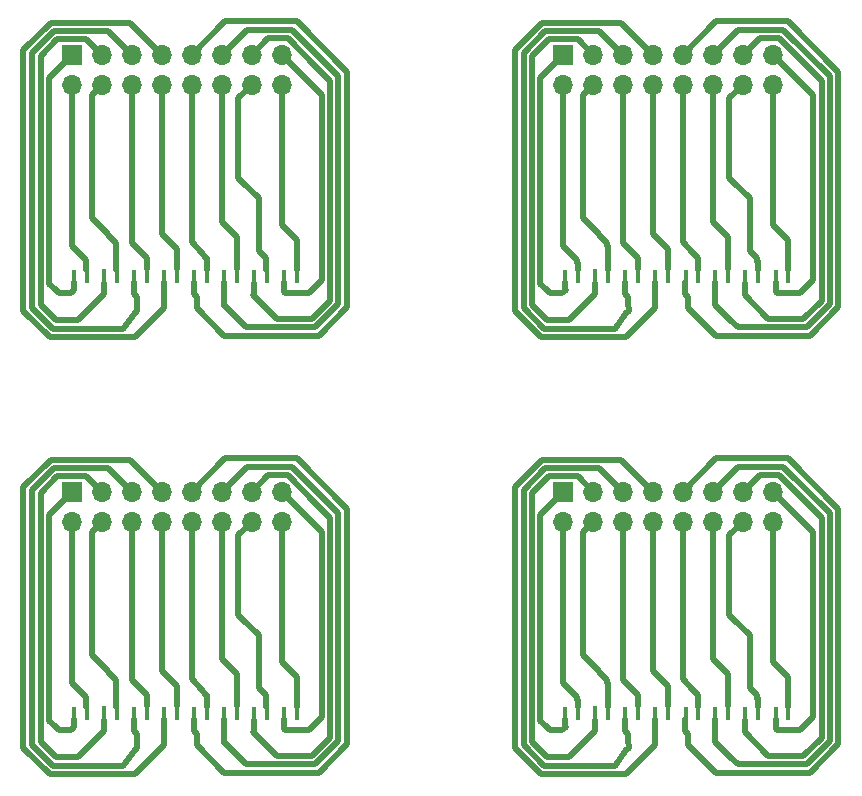
<source format=gbl>
%MOIN*%
%OFA0B0*%
%FSLAX46Y46*%
%IPPOS*%
%LPD*%
%ADD10O,0.066929133858267723X0.066929133858267723*%
%ADD11R,0.066929133858267723X0.066929133858267723*%
%ADD12R,0.015748031496062995X0.059055118110236227*%
%ADD13C,0.01968503937007874*%
%ADD14C,0.015748031496062995*%
%ADD25O,0.066929133858267723X0.066929133858267723*%
%ADD26R,0.066929133858267723X0.066929133858267723*%
%ADD27R,0.015748031496062995X0.059055118110236227*%
%ADD28C,0.01968503937007874*%
%ADD29C,0.015748031496062995*%
%ADD30O,0.066929133858267723X0.066929133858267723*%
%ADD31R,0.066929133858267723X0.066929133858267723*%
%ADD32R,0.015748031496062995X0.059055118110236227*%
%ADD33C,0.01968503937007874*%
%ADD34C,0.015748031496062995*%
%ADD35O,0.066929133858267723X0.066929133858267723*%
%ADD36R,0.066929133858267723X0.066929133858267723*%
%ADD37R,0.015748031496062995X0.059055118110236227*%
%ADD38C,0.01968503937007874*%
%ADD39C,0.015748031496062995*%
G01*
D10*
X-0004656102Y0002990052D02*
X0001103897Y0001130052D03*
X0001103897Y0001230052D03*
X0001003897Y0001130052D03*
X0001003897Y0001230052D03*
X0000903897Y0001130052D03*
X0000903897Y0001230052D03*
X0000803897Y0001130052D03*
X0000803897Y0001230052D03*
X0000703897Y0001130052D03*
X0000703897Y0001230052D03*
X0000603897Y0001130052D03*
X0000603897Y0001230052D03*
X0000503897Y0001130052D03*
X0000503897Y0001230052D03*
X0000403897Y0001130052D03*
D11*
X0000403897Y0001230052D03*
D12*
X0000511138Y0000484678D03*
X0000553657Y0000500426D03*
X0000611138Y0000483678D03*
X0000653657Y0000499426D03*
X0000711638Y0000484178D03*
X0000754157Y0000499926D03*
X0000812138Y0000484178D03*
X0000854657Y0000499926D03*
X0000410638Y0000484178D03*
X0000453157Y0000499926D03*
X0000911138Y0000484178D03*
X0000953657Y0000499926D03*
X0001010638Y0000484178D03*
X0001053157Y0000499926D03*
X0001112138Y0000484178D03*
X0001154657Y0000499926D03*
D13*
X0000359897Y0000435052D02*
X0000346983Y0000447966D01*
X0000411897Y0000472052D02*
X0000411897Y0000448093D01*
X0000328016Y0000467246D02*
X0000328016Y0001154171D01*
X0000412897Y0000447093D02*
X0000401877Y0000436072D01*
X0000328016Y0001154171D02*
X0000403897Y0001230052D01*
X0000360918Y0000436072D02*
X0000359897Y0000435052D01*
X0000346983Y0000447966D02*
X0000346983Y0000448279D01*
X0000346983Y0000448279D02*
X0000328016Y0000467246D01*
X0000411897Y0000448093D02*
X0000412897Y0000447093D01*
X0000401877Y0000436072D02*
X0000360918Y0000436072D01*
X0000450897Y0000537052D02*
X0000452897Y0000535052D01*
X0000450897Y0000546052D02*
X0000450897Y0000537052D01*
X0000452897Y0000535052D02*
X0000452897Y0000512866D01*
X0000403897Y0001130052D02*
X0000403897Y0000593052D01*
X0000403897Y0000593052D02*
X0000450897Y0000546052D01*
X0000300457Y0001225430D02*
X0000300457Y0000396442D01*
X0000452716Y0001281233D02*
X0000356260Y0001281233D01*
X0000397545Y0000345052D02*
X0000424897Y0000345052D01*
X0000356260Y0001281233D02*
X0000300457Y0001225430D01*
X0000300457Y0000396442D02*
X0000351847Y0000345052D01*
X0000351847Y0000345052D02*
X0000397545Y0000345052D01*
X0000503897Y0001230052D02*
X0000452716Y0001281233D01*
X0000510897Y0000470052D02*
X0000510897Y0000431052D01*
X0000510897Y0000431052D02*
X0000424897Y0000345052D01*
X0000523962Y0000629988D02*
X0000550897Y0000603052D01*
X0000470433Y0000685310D02*
X0000523962Y0000631781D01*
X0000470433Y0001096587D02*
X0000470433Y0000685310D01*
X0000503897Y0001130052D02*
X0000470433Y0001096587D01*
X0000523962Y0000631781D02*
X0000523962Y0000629988D01*
X0000552897Y0000592237D02*
X0000552897Y0000513052D01*
D14*
X0000550897Y0000594237D02*
X0000552897Y0000592237D01*
D13*
X0000550897Y0000603052D02*
X0000550897Y0000594237D01*
X0000525157Y0001308792D02*
X0000344844Y0001308792D01*
X0000272897Y0001236846D02*
X0000272897Y0000385027D01*
X0000611897Y0000432052D02*
X0000619897Y0000424052D01*
X0000611897Y0000471052D02*
X0000611897Y0000432052D01*
X0000340872Y0000317052D02*
X0000575827Y0000317052D01*
X0000575827Y0000317052D02*
X0000615224Y0000370378D01*
X0000272897Y0000385027D02*
X0000340872Y0000317052D01*
X0000621995Y0000377149D02*
X0000619897Y0000403470D01*
X0000615224Y0000370378D02*
X0000621995Y0000377149D01*
X0000619897Y0000424052D02*
X0000613897Y0000430052D01*
X0000603897Y0001230052D02*
X0000525157Y0001308792D01*
X0000344844Y0001308792D02*
X0000272897Y0001236846D01*
X0000619897Y0000403470D02*
X0000619897Y0000424052D01*
X0000603897Y0000669052D02*
X0000603897Y0001130052D01*
X0000603897Y0000602455D02*
X0000603897Y0000669052D01*
X0000653897Y0000515052D02*
X0000653897Y0000552455D01*
X0000653897Y0000552455D02*
X0000603897Y0000602455D01*
X0000597597Y0001336352D02*
X0000703897Y0001230052D01*
X0000242897Y0000376052D02*
X0000242897Y0001246052D01*
X0000242897Y0001246052D02*
X0000333198Y0001336352D01*
X0000614897Y0000289052D02*
X0000329897Y0000289052D01*
X0000711897Y0000472052D02*
X0000711897Y0000386052D01*
X0000333198Y0001336352D02*
X0000597597Y0001336352D01*
X0000711897Y0000386052D02*
X0000614897Y0000289052D01*
X0000329897Y0000289052D02*
X0000242897Y0000376052D01*
X0000753897Y0000515656D02*
X0000753897Y0000584052D01*
X0000703897Y0000634052D02*
X0000703897Y0001130052D01*
X0000753897Y0000584052D02*
X0000703897Y0000634052D01*
X0001321897Y0000388623D02*
X0001227207Y0000293933D01*
X0000912016Y0000293933D02*
X0000820897Y0000385052D01*
X0000820897Y0000424052D02*
X0000811897Y0000433052D01*
X0001154897Y0001341052D02*
X0001321897Y0001174052D01*
X0000803897Y0001230052D02*
X0000914897Y0001341052D01*
X0001227207Y0000293933D02*
X0000912016Y0000293933D01*
X0001321897Y0001174052D02*
X0001321897Y0000388623D01*
X0000914897Y0001341052D02*
X0001154897Y0001341052D01*
X0000811897Y0000433052D02*
X0000811897Y0000472052D01*
X0000820897Y0000385052D02*
X0000820897Y0000424052D01*
X0000848897Y0000557383D02*
X0000838080Y0000570869D01*
X0000838080Y0000570869D02*
X0000803897Y0000605052D01*
X0000803897Y0000605052D02*
X0000803897Y0000681052D01*
X0000803897Y0000681052D02*
X0000803897Y0001130052D01*
X0000853897Y0000511993D02*
X0000853897Y0000552052D01*
X0000852897Y0000553383D02*
X0000848897Y0000557383D01*
X0000960788Y0000346052D02*
X0000914897Y0000391943D01*
X0000911897Y0000394943D02*
X0000914897Y0000391943D01*
X0001137897Y0001313052D02*
X0001292897Y0001158052D01*
X0000985348Y0000321492D02*
X0000960788Y0000346052D01*
X0001215791Y0000321492D02*
X0000985348Y0000321492D01*
X0000911897Y0000471052D02*
X0000911897Y0000394943D01*
X0000903897Y0001230052D02*
X0000986897Y0001313052D01*
X0001292897Y0001158052D02*
X0001292897Y0000398598D01*
X0001292897Y0000398598D02*
X0001215791Y0000321492D01*
X0000986897Y0001313052D02*
X0001137897Y0001313052D01*
X0000914897Y0000391943D02*
X0000914007Y0000391943D01*
X0000914007Y0000391943D02*
X0000912897Y0000393052D01*
X0000953897Y0000515052D02*
X0000953897Y0000624052D01*
X0000903897Y0000674052D02*
X0000903897Y0001130052D01*
X0000953897Y0000624052D02*
X0000903897Y0000674052D01*
X0001008897Y0000428052D02*
X0001010897Y0000430052D01*
X0001265338Y0000410014D02*
X0001204376Y0000349052D01*
X0001265338Y0001142611D02*
X0001265338Y0000410014D01*
X0001218897Y0001189052D02*
X0001265338Y0001142611D01*
X0001218897Y0001190800D02*
X0001218897Y0001189052D01*
X0001124205Y0001285492D02*
X0001218897Y0001190800D01*
X0001059338Y0001285492D02*
X0001124205Y0001285492D01*
X0001204376Y0000349052D02*
X0001087897Y0000349052D01*
X0001003897Y0001230052D02*
X0001059338Y0001285492D01*
X0001010897Y0000430052D02*
X0001010897Y0000470052D01*
X0001087897Y0000349052D02*
X0001008897Y0000428052D01*
D14*
X0001049897Y0000540052D02*
X0001049897Y0000519658D01*
D13*
X0001049897Y0000540052D02*
X0001049897Y0000552052D01*
X0000958505Y0001084659D02*
X0000958505Y0000818444D01*
X0001003897Y0001130052D02*
X0000958505Y0001084659D01*
X0000958505Y0000818444D02*
X0000970592Y0000806358D01*
X0000970592Y0000806358D02*
X0000971592Y0000806358D01*
X0000971592Y0000806358D02*
X0001026897Y0000751052D01*
X0001026897Y0000751052D02*
X0001026897Y0000575052D01*
X0001026897Y0000575052D02*
X0001049897Y0000552052D01*
X0001052897Y0000541677D02*
X0001052897Y0000512052D01*
X0001138086Y0000435052D02*
X0001115897Y0000435052D01*
X0001112897Y0000438052D02*
X0001115897Y0000435052D01*
X0001112897Y0000472052D02*
X0001112897Y0000438052D01*
X0001194973Y0000435052D02*
X0001138086Y0000435052D01*
X0001237778Y0000477858D02*
X0001194973Y0000435052D01*
X0001237778Y0001096171D02*
X0001237778Y0000477858D01*
X0001103897Y0001230052D02*
X0001237778Y0001096171D01*
X0001103897Y0000664052D02*
X0001103897Y0001130052D01*
X0001153897Y0000614052D02*
X0001103897Y0000664052D01*
X0001153897Y0000514052D02*
X0001153897Y0000614052D01*
G04 next file*
G04 #@! TF.GenerationSoftware,KiCad,Pcbnew,(5.1.12)-1*
G04 #@! TF.CreationDate,2022-03-29T12:16:14+08:00*
G04 #@! TF.ProjectId,Nozzle,4e6f7a7a-6c65-42e6-9b69-6361645f7063,Gen3.1a*
G04 #@! TF.SameCoordinates,Original*
G04 #@! TF.FileFunction,Copper,L2,Bot*
G04 #@! TF.FilePolarity,Positive*
G04 Gerber Fmt 4.6, Leading zero omitted, Abs format (unit mm)*
G04 Created by KiCad (PCBNEW (5.1.12)-1) date 2022-03-29 12:16:14*
G01*
G04 APERTURE LIST*
G04 #@! TA.AperFunction,ComponentPad*
G04 #@! TD*
G04 #@! TA.AperFunction,ComponentPad*
G04 #@! TD*
G04 #@! TA.AperFunction,SMDPad,CuDef*
G04 #@! TD*
G04 #@! TA.AperFunction,Conductor*
G04 #@! TD*
G04 #@! TA.AperFunction,Conductor*
G04 #@! TD*
G04 APERTURE END LIST*
D25*
X-0003018397Y0002990052D02*
X0002741602Y0001130052D03*
X0002741602Y0001230052D03*
X0002641602Y0001130052D03*
X0002641602Y0001230052D03*
X0002541602Y0001130052D03*
X0002541602Y0001230052D03*
X0002441602Y0001130052D03*
X0002441602Y0001230052D03*
X0002341602Y0001130052D03*
X0002341602Y0001230052D03*
X0002241602Y0001130052D03*
X0002241602Y0001230052D03*
X0002141602Y0001130052D03*
X0002141602Y0001230052D03*
X0002041602Y0001130052D03*
D26*
X0002041602Y0001230052D03*
D27*
X0002148842Y0000484678D03*
X0002191362Y0000500426D03*
X0002248842Y0000483678D03*
X0002291362Y0000499426D03*
X0002349342Y0000484178D03*
X0002391862Y0000499926D03*
X0002449842Y0000484178D03*
X0002492362Y0000499926D03*
X0002048342Y0000484178D03*
X0002090862Y0000499926D03*
X0002548842Y0000484178D03*
X0002591362Y0000499926D03*
X0002648342Y0000484178D03*
X0002690862Y0000499926D03*
X0002749842Y0000484178D03*
X0002792362Y0000499926D03*
D28*
X0001997602Y0000435052D02*
X0001984687Y0000447966D01*
X0002049602Y0000472052D02*
X0002049602Y0000448093D01*
X0001965721Y0000467246D02*
X0001965721Y0001154171D01*
X0002050602Y0000447093D02*
X0002039581Y0000436072D01*
X0001965721Y0001154171D02*
X0002041602Y0001230052D01*
X0001998623Y0000436072D02*
X0001997602Y0000435052D01*
X0001984687Y0000447966D02*
X0001984687Y0000448279D01*
X0001984687Y0000448279D02*
X0001965721Y0000467246D01*
X0002049602Y0000448093D02*
X0002050602Y0000447093D01*
X0002039581Y0000436072D02*
X0001998623Y0000436072D01*
X0002088602Y0000537052D02*
X0002090602Y0000535052D01*
X0002088602Y0000546052D02*
X0002088602Y0000537052D01*
X0002090602Y0000535052D02*
X0002090602Y0000512866D01*
X0002041602Y0001130052D02*
X0002041602Y0000593052D01*
X0002041602Y0000593052D02*
X0002088602Y0000546052D01*
X0001938161Y0001225430D02*
X0001938161Y0000396442D01*
X0002090421Y0001281233D02*
X0001993964Y0001281233D01*
X0002035249Y0000345052D02*
X0002062602Y0000345052D01*
X0001993964Y0001281233D02*
X0001938161Y0001225430D01*
X0001938161Y0000396442D02*
X0001989552Y0000345052D01*
X0001989552Y0000345052D02*
X0002035249Y0000345052D01*
X0002141602Y0001230052D02*
X0002090421Y0001281233D01*
X0002148602Y0000470052D02*
X0002148602Y0000431052D01*
X0002148602Y0000431052D02*
X0002062602Y0000345052D01*
X0002161666Y0000629988D02*
X0002188602Y0000603052D01*
X0002108137Y0000685310D02*
X0002161666Y0000631781D01*
X0002108137Y0001096587D02*
X0002108137Y0000685310D01*
X0002141602Y0001130052D02*
X0002108137Y0001096587D01*
X0002161666Y0000631781D02*
X0002161666Y0000629988D01*
X0002190602Y0000592237D02*
X0002190602Y0000513052D01*
D29*
X0002188602Y0000594237D02*
X0002190602Y0000592237D01*
D28*
X0002188602Y0000603052D02*
X0002188602Y0000594237D01*
X0002162861Y0001308792D02*
X0001982549Y0001308792D01*
X0001910602Y0001236846D02*
X0001910602Y0000385027D01*
X0002249602Y0000432052D02*
X0002257602Y0000424052D01*
X0002249602Y0000471052D02*
X0002249602Y0000432052D01*
X0001978577Y0000317052D02*
X0002213532Y0000317052D01*
X0002213532Y0000317052D02*
X0002252928Y0000370378D01*
X0001910602Y0000385027D02*
X0001978577Y0000317052D01*
X0002259699Y0000377149D02*
X0002257602Y0000403470D01*
X0002252928Y0000370378D02*
X0002259699Y0000377149D01*
X0002257602Y0000424052D02*
X0002251602Y0000430052D01*
X0002241602Y0001230052D02*
X0002162861Y0001308792D01*
X0001982549Y0001308792D02*
X0001910602Y0001236846D01*
X0002257602Y0000403470D02*
X0002257602Y0000424052D01*
X0002241602Y0000669052D02*
X0002241602Y0001130052D01*
X0002241602Y0000602455D02*
X0002241602Y0000669052D01*
X0002291602Y0000515052D02*
X0002291602Y0000552455D01*
X0002291602Y0000552455D02*
X0002241602Y0000602455D01*
X0002235302Y0001336352D02*
X0002341602Y0001230052D01*
X0001880602Y0000376052D02*
X0001880602Y0001246052D01*
X0001880602Y0001246052D02*
X0001970902Y0001336352D01*
X0002252602Y0000289052D02*
X0001967602Y0000289052D01*
X0002349602Y0000472052D02*
X0002349602Y0000386052D01*
X0001970902Y0001336352D02*
X0002235302Y0001336352D01*
X0002349602Y0000386052D02*
X0002252602Y0000289052D01*
X0001967602Y0000289052D02*
X0001880602Y0000376052D01*
X0002391602Y0000515656D02*
X0002391602Y0000584052D01*
X0002341602Y0000634052D02*
X0002341602Y0001130052D01*
X0002391602Y0000584052D02*
X0002341602Y0000634052D01*
X0002959602Y0000388623D02*
X0002864911Y0000293933D01*
X0002549721Y0000293933D02*
X0002458602Y0000385052D01*
X0002458602Y0000424052D02*
X0002449602Y0000433052D01*
X0002792602Y0001341052D02*
X0002959602Y0001174052D01*
X0002441602Y0001230052D02*
X0002552602Y0001341052D01*
X0002864911Y0000293933D02*
X0002549721Y0000293933D01*
X0002959602Y0001174052D02*
X0002959602Y0000388623D01*
X0002552602Y0001341052D02*
X0002792602Y0001341052D01*
X0002449602Y0000433052D02*
X0002449602Y0000472052D01*
X0002458602Y0000385052D02*
X0002458602Y0000424052D01*
X0002486602Y0000557383D02*
X0002475784Y0000570869D01*
X0002475784Y0000570869D02*
X0002441602Y0000605052D01*
X0002441602Y0000605052D02*
X0002441602Y0000681052D01*
X0002441602Y0000681052D02*
X0002441602Y0001130052D01*
X0002491602Y0000511993D02*
X0002491602Y0000552052D01*
X0002490602Y0000553383D02*
X0002486602Y0000557383D01*
X0002598493Y0000346052D02*
X0002552602Y0000391943D01*
X0002549602Y0000394943D02*
X0002552602Y0000391943D01*
X0002775602Y0001313052D02*
X0002930602Y0001158052D01*
X0002623052Y0000321492D02*
X0002598493Y0000346052D01*
X0002853496Y0000321492D02*
X0002623052Y0000321492D01*
X0002549602Y0000471052D02*
X0002549602Y0000394943D01*
X0002541602Y0001230052D02*
X0002624602Y0001313052D01*
X0002930602Y0001158052D02*
X0002930602Y0000398598D01*
X0002930602Y0000398598D02*
X0002853496Y0000321492D01*
X0002624602Y0001313052D02*
X0002775602Y0001313052D01*
X0002552602Y0000391943D02*
X0002551711Y0000391943D01*
X0002551711Y0000391943D02*
X0002550602Y0000393052D01*
X0002591602Y0000515052D02*
X0002591602Y0000624052D01*
X0002541602Y0000674052D02*
X0002541602Y0001130052D01*
X0002591602Y0000624052D02*
X0002541602Y0000674052D01*
X0002646602Y0000428052D02*
X0002648602Y0000430052D01*
X0002903042Y0000410014D02*
X0002842080Y0000349052D01*
X0002903042Y0001142611D02*
X0002903042Y0000410014D01*
X0002856602Y0001189052D02*
X0002903042Y0001142611D01*
X0002856602Y0001190800D02*
X0002856602Y0001189052D01*
X0002761910Y0001285492D02*
X0002856602Y0001190800D01*
X0002697042Y0001285492D02*
X0002761910Y0001285492D01*
X0002842080Y0000349052D02*
X0002725602Y0000349052D01*
X0002641602Y0001230052D02*
X0002697042Y0001285492D01*
X0002648602Y0000430052D02*
X0002648602Y0000470052D01*
X0002725602Y0000349052D02*
X0002646602Y0000428052D01*
D29*
X0002687602Y0000540052D02*
X0002687602Y0000519658D01*
D28*
X0002687602Y0000540052D02*
X0002687602Y0000552052D01*
X0002596209Y0001084659D02*
X0002596209Y0000818444D01*
X0002641602Y0001130052D02*
X0002596209Y0001084659D01*
X0002596209Y0000818444D02*
X0002608296Y0000806358D01*
X0002608296Y0000806358D02*
X0002609296Y0000806358D01*
X0002609296Y0000806358D02*
X0002664602Y0000751052D01*
X0002664602Y0000751052D02*
X0002664602Y0000575052D01*
X0002664602Y0000575052D02*
X0002687602Y0000552052D01*
X0002690602Y0000541677D02*
X0002690602Y0000512052D01*
X0002775790Y0000435052D02*
X0002753602Y0000435052D01*
X0002750602Y0000438052D02*
X0002753602Y0000435052D01*
X0002750602Y0000472052D02*
X0002750602Y0000438052D01*
X0002832677Y0000435052D02*
X0002775790Y0000435052D01*
X0002875483Y0000477858D02*
X0002832677Y0000435052D01*
X0002875483Y0001096171D02*
X0002875483Y0000477858D01*
X0002741602Y0001230052D02*
X0002875483Y0001096171D01*
X0002741602Y0000664052D02*
X0002741602Y0001130052D01*
X0002791602Y0000614052D02*
X0002741602Y0000664052D01*
X0002791602Y0000514052D02*
X0002791602Y0000614052D01*
G04 next file*
G04 #@! TF.GenerationSoftware,KiCad,Pcbnew,(5.1.12)-1*
G04 #@! TF.CreationDate,2022-03-29T12:16:14+08:00*
G04 #@! TF.ProjectId,Nozzle,4e6f7a7a-6c65-42e6-9b69-6361645f7063,Gen3.1a*
G04 #@! TF.SameCoordinates,Original*
G04 #@! TF.FileFunction,Copper,L2,Bot*
G04 #@! TF.FilePolarity,Positive*
G04 Gerber Fmt 4.6, Leading zero omitted, Abs format (unit mm)*
G04 Created by KiCad (PCBNEW (5.1.12)-1) date 2022-03-29 12:16:14*
G01*
G04 APERTURE LIST*
G04 #@! TA.AperFunction,ComponentPad*
G04 #@! TD*
G04 #@! TA.AperFunction,ComponentPad*
G04 #@! TD*
G04 #@! TA.AperFunction,SMDPad,CuDef*
G04 #@! TD*
G04 #@! TA.AperFunction,Conductor*
G04 #@! TD*
G04 #@! TA.AperFunction,Conductor*
G04 #@! TD*
G04 APERTURE END LIST*
D30*
X-0004656102Y0004446746D02*
X0001103897Y0002586746D03*
X0001103897Y0002686746D03*
X0001003897Y0002586746D03*
X0001003897Y0002686746D03*
X0000903897Y0002586746D03*
X0000903897Y0002686746D03*
X0000803897Y0002586746D03*
X0000803897Y0002686746D03*
X0000703897Y0002586746D03*
X0000703897Y0002686746D03*
X0000603897Y0002586746D03*
X0000603897Y0002686746D03*
X0000503897Y0002586746D03*
X0000503897Y0002686746D03*
X0000403897Y0002586746D03*
D31*
X0000403897Y0002686746D03*
D32*
X0000511138Y0001941372D03*
X0000553657Y0001957120D03*
X0000611138Y0001940372D03*
X0000653657Y0001956120D03*
X0000711638Y0001940872D03*
X0000754157Y0001956620D03*
X0000812138Y0001940872D03*
X0000854657Y0001956620D03*
X0000410638Y0001940872D03*
X0000453157Y0001956620D03*
X0000911138Y0001940872D03*
X0000953657Y0001956620D03*
X0001010638Y0001940872D03*
X0001053157Y0001956620D03*
X0001112138Y0001940872D03*
X0001154657Y0001956620D03*
D33*
X0000359897Y0001891746D02*
X0000346983Y0001904660D01*
X0000411897Y0001928746D02*
X0000411897Y0001904787D01*
X0000328016Y0001923940D02*
X0000328016Y0002610865D01*
X0000412897Y0001903787D02*
X0000401877Y0001892766D01*
X0000328016Y0002610865D02*
X0000403897Y0002686746D01*
X0000360918Y0001892766D02*
X0000359897Y0001891746D01*
X0000346983Y0001904660D02*
X0000346983Y0001904973D01*
X0000346983Y0001904973D02*
X0000328016Y0001923940D01*
X0000411897Y0001904787D02*
X0000412897Y0001903787D01*
X0000401877Y0001892766D02*
X0000360918Y0001892766D01*
X0000450897Y0001993746D02*
X0000452897Y0001991746D01*
X0000450897Y0002002746D02*
X0000450897Y0001993746D01*
X0000452897Y0001991746D02*
X0000452897Y0001969560D01*
X0000403897Y0002586746D02*
X0000403897Y0002049746D01*
X0000403897Y0002049746D02*
X0000450897Y0002002746D01*
X0000300457Y0002682124D02*
X0000300457Y0001853136D01*
X0000452716Y0002737927D02*
X0000356260Y0002737927D01*
X0000397545Y0001801746D02*
X0000424897Y0001801746D01*
X0000356260Y0002737927D02*
X0000300457Y0002682124D01*
X0000300457Y0001853136D02*
X0000351847Y0001801746D01*
X0000351847Y0001801746D02*
X0000397545Y0001801746D01*
X0000503897Y0002686746D02*
X0000452716Y0002737927D01*
X0000510897Y0001926746D02*
X0000510897Y0001887746D01*
X0000510897Y0001887746D02*
X0000424897Y0001801746D01*
X0000523962Y0002086681D02*
X0000550897Y0002059746D01*
X0000470433Y0002142004D02*
X0000523962Y0002088475D01*
X0000470433Y0002553281D02*
X0000470433Y0002142004D01*
X0000503897Y0002586746D02*
X0000470433Y0002553281D01*
X0000523962Y0002088475D02*
X0000523962Y0002086681D01*
X0000552897Y0002048931D02*
X0000552897Y0001969746D01*
D34*
X0000550897Y0002050931D02*
X0000552897Y0002048931D01*
D33*
X0000550897Y0002059746D02*
X0000550897Y0002050931D01*
X0000525157Y0002765486D02*
X0000344844Y0002765486D01*
X0000272897Y0002693540D02*
X0000272897Y0001841720D01*
X0000611897Y0001888746D02*
X0000619897Y0001880746D01*
X0000611897Y0001927746D02*
X0000611897Y0001888746D01*
X0000340872Y0001773746D02*
X0000575827Y0001773746D01*
X0000575827Y0001773746D02*
X0000615224Y0001827072D01*
X0000272897Y0001841720D02*
X0000340872Y0001773746D01*
X0000621995Y0001833843D02*
X0000619897Y0001860164D01*
X0000615224Y0001827072D02*
X0000621995Y0001833843D01*
X0000619897Y0001880746D02*
X0000613897Y0001886746D01*
X0000603897Y0002686746D02*
X0000525157Y0002765486D01*
X0000344844Y0002765486D02*
X0000272897Y0002693540D01*
X0000619897Y0001860164D02*
X0000619897Y0001880746D01*
X0000603897Y0002125746D02*
X0000603897Y0002586746D01*
X0000603897Y0002059149D02*
X0000603897Y0002125746D01*
X0000653897Y0001971746D02*
X0000653897Y0002009149D01*
X0000653897Y0002009149D02*
X0000603897Y0002059149D01*
X0000597597Y0002793046D02*
X0000703897Y0002686746D01*
X0000242897Y0001832746D02*
X0000242897Y0002702746D01*
X0000242897Y0002702746D02*
X0000333198Y0002793046D01*
X0000614897Y0001745746D02*
X0000329897Y0001745746D01*
X0000711897Y0001928746D02*
X0000711897Y0001842746D01*
X0000333198Y0002793046D02*
X0000597597Y0002793046D01*
X0000711897Y0001842746D02*
X0000614897Y0001745746D01*
X0000329897Y0001745746D02*
X0000242897Y0001832746D01*
X0000753897Y0001972350D02*
X0000753897Y0002040746D01*
X0000703897Y0002090746D02*
X0000703897Y0002586746D01*
X0000753897Y0002040746D02*
X0000703897Y0002090746D01*
X0001321897Y0001845317D02*
X0001227207Y0001750627D01*
X0000912016Y0001750627D02*
X0000820897Y0001841746D01*
X0000820897Y0001880746D02*
X0000811897Y0001889746D01*
X0001154897Y0002797746D02*
X0001321897Y0002630746D01*
X0000803897Y0002686746D02*
X0000914897Y0002797746D01*
X0001227207Y0001750627D02*
X0000912016Y0001750627D01*
X0001321897Y0002630746D02*
X0001321897Y0001845317D01*
X0000914897Y0002797746D02*
X0001154897Y0002797746D01*
X0000811897Y0001889746D02*
X0000811897Y0001928746D01*
X0000820897Y0001841746D02*
X0000820897Y0001880746D01*
X0000848897Y0002014077D02*
X0000838080Y0002027563D01*
X0000838080Y0002027563D02*
X0000803897Y0002061746D01*
X0000803897Y0002061746D02*
X0000803897Y0002137746D01*
X0000803897Y0002137746D02*
X0000803897Y0002586746D01*
X0000853897Y0001968687D02*
X0000853897Y0002008746D01*
X0000852897Y0002010077D02*
X0000848897Y0002014077D01*
X0000960788Y0001802746D02*
X0000914897Y0001848636D01*
X0000911897Y0001851636D02*
X0000914897Y0001848636D01*
X0001137897Y0002769746D02*
X0001292897Y0002614746D01*
X0000985348Y0001778186D02*
X0000960788Y0001802746D01*
X0001215791Y0001778186D02*
X0000985348Y0001778186D01*
X0000911897Y0001927746D02*
X0000911897Y0001851636D01*
X0000903897Y0002686746D02*
X0000986897Y0002769746D01*
X0001292897Y0002614746D02*
X0001292897Y0001855292D01*
X0001292897Y0001855292D02*
X0001215791Y0001778186D01*
X0000986897Y0002769746D02*
X0001137897Y0002769746D01*
X0000914897Y0001848636D02*
X0000914007Y0001848636D01*
X0000914007Y0001848636D02*
X0000912897Y0001849746D01*
X0000953897Y0001971746D02*
X0000953897Y0002080746D01*
X0000903897Y0002130746D02*
X0000903897Y0002586746D01*
X0000953897Y0002080746D02*
X0000903897Y0002130746D01*
X0001008897Y0001884746D02*
X0001010897Y0001886746D01*
X0001265338Y0001866708D02*
X0001204376Y0001805746D01*
X0001265338Y0002599305D02*
X0001265338Y0001866708D01*
X0001218897Y0002645746D02*
X0001265338Y0002599305D01*
X0001218897Y0002647494D02*
X0001218897Y0002645746D01*
X0001124205Y0002742186D02*
X0001218897Y0002647494D01*
X0001059338Y0002742186D02*
X0001124205Y0002742186D01*
X0001204376Y0001805746D02*
X0001087897Y0001805746D01*
X0001003897Y0002686746D02*
X0001059338Y0002742186D01*
X0001010897Y0001886746D02*
X0001010897Y0001926746D01*
X0001087897Y0001805746D02*
X0001008897Y0001884746D01*
D34*
X0001049897Y0001996746D02*
X0001049897Y0001976352D01*
D33*
X0001049897Y0001996746D02*
X0001049897Y0002008746D01*
X0000958505Y0002541353D02*
X0000958505Y0002275138D01*
X0001003897Y0002586746D02*
X0000958505Y0002541353D01*
X0000958505Y0002275138D02*
X0000970592Y0002263051D01*
X0000970592Y0002263051D02*
X0000971592Y0002263051D01*
X0000971592Y0002263051D02*
X0001026897Y0002207746D01*
X0001026897Y0002207746D02*
X0001026897Y0002031746D01*
X0001026897Y0002031746D02*
X0001049897Y0002008746D01*
X0001052897Y0001998371D02*
X0001052897Y0001968746D01*
X0001138086Y0001891746D02*
X0001115897Y0001891746D01*
X0001112897Y0001894746D02*
X0001115897Y0001891746D01*
X0001112897Y0001928746D02*
X0001112897Y0001894746D01*
X0001194973Y0001891746D02*
X0001138086Y0001891746D01*
X0001237778Y0001934551D02*
X0001194973Y0001891746D01*
X0001237778Y0002552865D02*
X0001237778Y0001934551D01*
X0001103897Y0002686746D02*
X0001237778Y0002552865D01*
X0001103897Y0002120746D02*
X0001103897Y0002586746D01*
X0001153897Y0002070746D02*
X0001103897Y0002120746D01*
X0001153897Y0001970746D02*
X0001153897Y0002070746D01*
G04 next file*
G04 #@! TF.GenerationSoftware,KiCad,Pcbnew,(5.1.12)-1*
G04 #@! TF.CreationDate,2022-03-29T12:16:14+08:00*
G04 #@! TF.ProjectId,Nozzle,4e6f7a7a-6c65-42e6-9b69-6361645f7063,Gen3.1a*
G04 #@! TF.SameCoordinates,Original*
G04 #@! TF.FileFunction,Copper,L2,Bot*
G04 #@! TF.FilePolarity,Positive*
G04 Gerber Fmt 4.6, Leading zero omitted, Abs format (unit mm)*
G04 Created by KiCad (PCBNEW (5.1.12)-1) date 2022-03-29 12:16:14*
G01*
G04 APERTURE LIST*
G04 #@! TA.AperFunction,ComponentPad*
G04 #@! TD*
G04 #@! TA.AperFunction,ComponentPad*
G04 #@! TD*
G04 #@! TA.AperFunction,SMDPad,CuDef*
G04 #@! TD*
G04 #@! TA.AperFunction,Conductor*
G04 #@! TD*
G04 #@! TA.AperFunction,Conductor*
G04 #@! TD*
G04 APERTURE END LIST*
D35*
X-0003018397Y0004446746D02*
X0002741602Y0002586746D03*
X0002741602Y0002686746D03*
X0002641602Y0002586746D03*
X0002641602Y0002686746D03*
X0002541602Y0002586746D03*
X0002541602Y0002686746D03*
X0002441602Y0002586746D03*
X0002441602Y0002686746D03*
X0002341602Y0002586746D03*
X0002341602Y0002686746D03*
X0002241602Y0002586746D03*
X0002241602Y0002686746D03*
X0002141602Y0002586746D03*
X0002141602Y0002686746D03*
X0002041602Y0002586746D03*
D36*
X0002041602Y0002686746D03*
D37*
X0002148842Y0001941372D03*
X0002191362Y0001957120D03*
X0002248842Y0001940372D03*
X0002291362Y0001956120D03*
X0002349342Y0001940872D03*
X0002391862Y0001956620D03*
X0002449842Y0001940872D03*
X0002492362Y0001956620D03*
X0002048342Y0001940872D03*
X0002090862Y0001956620D03*
X0002548842Y0001940872D03*
X0002591362Y0001956620D03*
X0002648342Y0001940872D03*
X0002690862Y0001956620D03*
X0002749842Y0001940872D03*
X0002792362Y0001956620D03*
D38*
X0001997602Y0001891746D02*
X0001984687Y0001904660D01*
X0002049602Y0001928746D02*
X0002049602Y0001904787D01*
X0001965721Y0001923940D02*
X0001965721Y0002610865D01*
X0002050602Y0001903787D02*
X0002039581Y0001892766D01*
X0001965721Y0002610865D02*
X0002041602Y0002686746D01*
X0001998623Y0001892766D02*
X0001997602Y0001891746D01*
X0001984687Y0001904660D02*
X0001984687Y0001904973D01*
X0001984687Y0001904973D02*
X0001965721Y0001923940D01*
X0002049602Y0001904787D02*
X0002050602Y0001903787D01*
X0002039581Y0001892766D02*
X0001998623Y0001892766D01*
X0002088602Y0001993746D02*
X0002090602Y0001991746D01*
X0002088602Y0002002746D02*
X0002088602Y0001993746D01*
X0002090602Y0001991746D02*
X0002090602Y0001969560D01*
X0002041602Y0002586746D02*
X0002041602Y0002049746D01*
X0002041602Y0002049746D02*
X0002088602Y0002002746D01*
X0001938161Y0002682124D02*
X0001938161Y0001853136D01*
X0002090421Y0002737927D02*
X0001993964Y0002737927D01*
X0002035249Y0001801746D02*
X0002062602Y0001801746D01*
X0001993964Y0002737927D02*
X0001938161Y0002682124D01*
X0001938161Y0001853136D02*
X0001989552Y0001801746D01*
X0001989552Y0001801746D02*
X0002035249Y0001801746D01*
X0002141602Y0002686746D02*
X0002090421Y0002737927D01*
X0002148602Y0001926746D02*
X0002148602Y0001887746D01*
X0002148602Y0001887746D02*
X0002062602Y0001801746D01*
X0002161666Y0002086681D02*
X0002188602Y0002059746D01*
X0002108137Y0002142004D02*
X0002161666Y0002088475D01*
X0002108137Y0002553281D02*
X0002108137Y0002142004D01*
X0002141602Y0002586746D02*
X0002108137Y0002553281D01*
X0002161666Y0002088475D02*
X0002161666Y0002086681D01*
X0002190602Y0002048931D02*
X0002190602Y0001969746D01*
D39*
X0002188602Y0002050931D02*
X0002190602Y0002048931D01*
D38*
X0002188602Y0002059746D02*
X0002188602Y0002050931D01*
X0002162861Y0002765486D02*
X0001982549Y0002765486D01*
X0001910602Y0002693540D02*
X0001910602Y0001841720D01*
X0002249602Y0001888746D02*
X0002257602Y0001880746D01*
X0002249602Y0001927746D02*
X0002249602Y0001888746D01*
X0001978577Y0001773746D02*
X0002213532Y0001773746D01*
X0002213532Y0001773746D02*
X0002252928Y0001827072D01*
X0001910602Y0001841720D02*
X0001978577Y0001773746D01*
X0002259699Y0001833843D02*
X0002257602Y0001860164D01*
X0002252928Y0001827072D02*
X0002259699Y0001833843D01*
X0002257602Y0001880746D02*
X0002251602Y0001886746D01*
X0002241602Y0002686746D02*
X0002162861Y0002765486D01*
X0001982549Y0002765486D02*
X0001910602Y0002693540D01*
X0002257602Y0001860164D02*
X0002257602Y0001880746D01*
X0002241602Y0002125746D02*
X0002241602Y0002586746D01*
X0002241602Y0002059149D02*
X0002241602Y0002125746D01*
X0002291602Y0001971746D02*
X0002291602Y0002009149D01*
X0002291602Y0002009149D02*
X0002241602Y0002059149D01*
X0002235302Y0002793046D02*
X0002341602Y0002686746D01*
X0001880602Y0001832746D02*
X0001880602Y0002702746D01*
X0001880602Y0002702746D02*
X0001970902Y0002793046D01*
X0002252602Y0001745746D02*
X0001967602Y0001745746D01*
X0002349602Y0001928746D02*
X0002349602Y0001842746D01*
X0001970902Y0002793046D02*
X0002235302Y0002793046D01*
X0002349602Y0001842746D02*
X0002252602Y0001745746D01*
X0001967602Y0001745746D02*
X0001880602Y0001832746D01*
X0002391602Y0001972350D02*
X0002391602Y0002040746D01*
X0002341602Y0002090746D02*
X0002341602Y0002586746D01*
X0002391602Y0002040746D02*
X0002341602Y0002090746D01*
X0002959602Y0001845317D02*
X0002864911Y0001750627D01*
X0002549721Y0001750627D02*
X0002458602Y0001841746D01*
X0002458602Y0001880746D02*
X0002449602Y0001889746D01*
X0002792602Y0002797746D02*
X0002959602Y0002630746D01*
X0002441602Y0002686746D02*
X0002552602Y0002797746D01*
X0002864911Y0001750627D02*
X0002549721Y0001750627D01*
X0002959602Y0002630746D02*
X0002959602Y0001845317D01*
X0002552602Y0002797746D02*
X0002792602Y0002797746D01*
X0002449602Y0001889746D02*
X0002449602Y0001928746D01*
X0002458602Y0001841746D02*
X0002458602Y0001880746D01*
X0002486602Y0002014077D02*
X0002475784Y0002027563D01*
X0002475784Y0002027563D02*
X0002441602Y0002061746D01*
X0002441602Y0002061746D02*
X0002441602Y0002137746D01*
X0002441602Y0002137746D02*
X0002441602Y0002586746D01*
X0002491602Y0001968687D02*
X0002491602Y0002008746D01*
X0002490602Y0002010077D02*
X0002486602Y0002014077D01*
X0002598493Y0001802746D02*
X0002552602Y0001848636D01*
X0002549602Y0001851636D02*
X0002552602Y0001848636D01*
X0002775602Y0002769746D02*
X0002930602Y0002614746D01*
X0002623052Y0001778186D02*
X0002598493Y0001802746D01*
X0002853496Y0001778186D02*
X0002623052Y0001778186D01*
X0002549602Y0001927746D02*
X0002549602Y0001851636D01*
X0002541602Y0002686746D02*
X0002624602Y0002769746D01*
X0002930602Y0002614746D02*
X0002930602Y0001855292D01*
X0002930602Y0001855292D02*
X0002853496Y0001778186D01*
X0002624602Y0002769746D02*
X0002775602Y0002769746D01*
X0002552602Y0001848636D02*
X0002551711Y0001848636D01*
X0002551711Y0001848636D02*
X0002550602Y0001849746D01*
X0002591602Y0001971746D02*
X0002591602Y0002080746D01*
X0002541602Y0002130746D02*
X0002541602Y0002586746D01*
X0002591602Y0002080746D02*
X0002541602Y0002130746D01*
X0002646602Y0001884746D02*
X0002648602Y0001886746D01*
X0002903042Y0001866708D02*
X0002842080Y0001805746D01*
X0002903042Y0002599305D02*
X0002903042Y0001866708D01*
X0002856602Y0002645746D02*
X0002903042Y0002599305D01*
X0002856602Y0002647494D02*
X0002856602Y0002645746D01*
X0002761910Y0002742186D02*
X0002856602Y0002647494D01*
X0002697042Y0002742186D02*
X0002761910Y0002742186D01*
X0002842080Y0001805746D02*
X0002725602Y0001805746D01*
X0002641602Y0002686746D02*
X0002697042Y0002742186D01*
X0002648602Y0001886746D02*
X0002648602Y0001926746D01*
X0002725602Y0001805746D02*
X0002646602Y0001884746D01*
D39*
X0002687602Y0001996746D02*
X0002687602Y0001976352D01*
D38*
X0002687602Y0001996746D02*
X0002687602Y0002008746D01*
X0002596209Y0002541353D02*
X0002596209Y0002275138D01*
X0002641602Y0002586746D02*
X0002596209Y0002541353D01*
X0002596209Y0002275138D02*
X0002608296Y0002263051D01*
X0002608296Y0002263051D02*
X0002609296Y0002263051D01*
X0002609296Y0002263051D02*
X0002664602Y0002207746D01*
X0002664602Y0002207746D02*
X0002664602Y0002031746D01*
X0002664602Y0002031746D02*
X0002687602Y0002008746D01*
X0002690602Y0001998371D02*
X0002690602Y0001968746D01*
X0002775790Y0001891746D02*
X0002753602Y0001891746D01*
X0002750602Y0001894746D02*
X0002753602Y0001891746D01*
X0002750602Y0001928746D02*
X0002750602Y0001894746D01*
X0002832677Y0001891746D02*
X0002775790Y0001891746D01*
X0002875483Y0001934551D02*
X0002832677Y0001891746D01*
X0002875483Y0002552865D02*
X0002875483Y0001934551D01*
X0002741602Y0002686746D02*
X0002875483Y0002552865D01*
X0002741602Y0002120746D02*
X0002741602Y0002586746D01*
X0002791602Y0002070746D02*
X0002741602Y0002120746D01*
X0002791602Y0001970746D02*
X0002791602Y0002070746D01*
M02*
</source>
